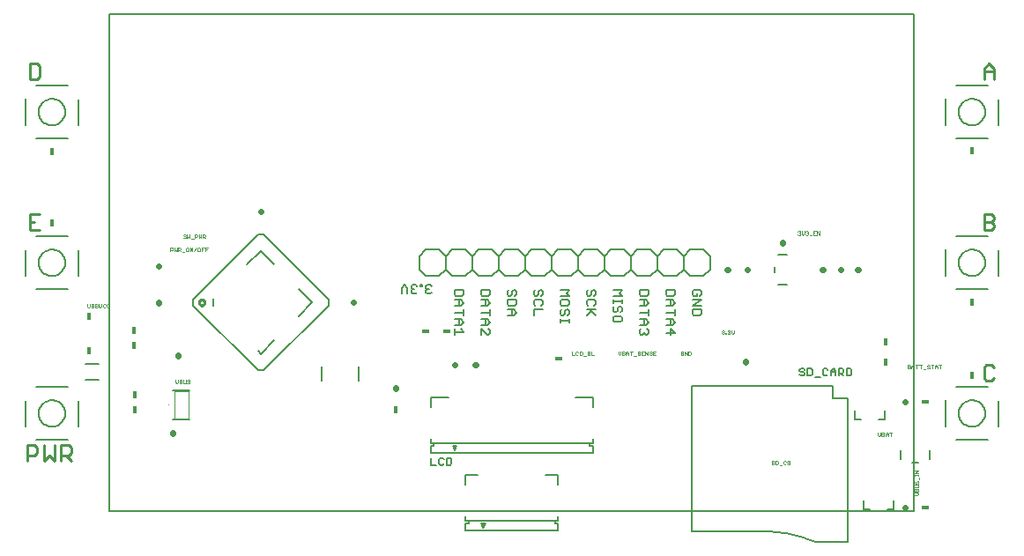
<source format=gto>
G75*
%MOIN*%
%OFA0B0*%
%FSLAX24Y24*%
%IPPOS*%
%LPD*%
%AMOC8*
5,1,8,0,0,1.08239X$1,22.5*
%
%ADD10C,0.0110*%
%ADD11C,0.0050*%
%ADD12C,0.0020*%
%ADD13C,0.0060*%
%ADD14C,0.0080*%
%ADD15C,0.0220*%
%ADD16R,0.0180X0.0300*%
%ADD17R,0.0300X0.0180*%
%ADD18C,0.0004*%
%ADD19C,0.0030*%
%ADD20C,0.0100*%
D10*
X016915Y018898D02*
X016915Y019489D01*
X017210Y019489D01*
X017308Y019390D01*
X017308Y019194D01*
X017210Y019095D01*
X016915Y019095D01*
X017559Y018898D02*
X017559Y019489D01*
X017953Y019489D02*
X017953Y018898D01*
X017756Y019095D01*
X017559Y018898D01*
X018204Y018898D02*
X018204Y019489D01*
X018499Y019489D01*
X018597Y019390D01*
X018597Y019194D01*
X018499Y019095D01*
X018204Y019095D01*
X018400Y019095D02*
X018597Y018898D01*
X017408Y027648D02*
X017015Y027648D01*
X017015Y028239D01*
X017408Y028239D01*
X017211Y027944D02*
X017015Y027944D01*
X017015Y033348D02*
X017310Y033348D01*
X017408Y033447D01*
X017408Y033840D01*
X017310Y033939D01*
X017015Y033939D01*
X017015Y033348D01*
X053115Y033348D02*
X053115Y033742D01*
X053311Y033939D01*
X053508Y033742D01*
X053508Y033348D01*
X053508Y033644D02*
X053115Y033644D01*
X053115Y028239D02*
X053410Y028239D01*
X053508Y028140D01*
X053508Y028042D01*
X053410Y027944D01*
X053115Y027944D01*
X053410Y027944D02*
X053508Y027845D01*
X053508Y027747D01*
X053410Y027648D01*
X053115Y027648D01*
X053115Y028239D01*
X053213Y022539D02*
X053115Y022440D01*
X053115Y022047D01*
X053213Y021948D01*
X053410Y021948D01*
X053508Y022047D01*
X053508Y022440D02*
X053410Y022539D01*
X053213Y022539D01*
D11*
X020043Y016984D02*
X020043Y035803D01*
X050476Y035803D01*
X050476Y016984D01*
X020043Y016984D01*
X022445Y020459D02*
X023074Y020459D01*
X023074Y021577D02*
X022445Y021577D01*
X032210Y019014D02*
X032210Y018743D01*
X032390Y018743D01*
X032504Y018788D02*
X032549Y018743D01*
X032639Y018743D01*
X032684Y018788D01*
X032799Y018743D02*
X032799Y019014D01*
X032934Y019014D01*
X032979Y018968D01*
X032979Y018788D01*
X032934Y018743D01*
X032799Y018743D01*
X032684Y018968D02*
X032639Y019014D01*
X032549Y019014D01*
X032504Y018968D01*
X032504Y018788D01*
X042060Y016226D02*
X042060Y021726D01*
X047410Y021726D01*
X047410Y021276D01*
X047960Y021276D01*
X047960Y015826D01*
X046963Y015826D01*
X046906Y015827D01*
X046848Y015832D01*
X046791Y015839D01*
X046735Y015850D01*
X046679Y015863D01*
X046624Y015879D01*
X046569Y015898D01*
X044789Y016226D02*
X042060Y016226D01*
X044789Y016226D02*
X044929Y016224D01*
X045069Y016218D01*
X045208Y016208D01*
X045348Y016195D01*
X045487Y016177D01*
X045625Y016156D01*
X045763Y016130D01*
X045900Y016101D01*
X046036Y016068D01*
X046171Y016031D01*
X046305Y015991D01*
X046437Y015946D01*
X046569Y015898D01*
X046736Y022073D02*
X046916Y022073D01*
X047031Y022163D02*
X047076Y022118D01*
X047166Y022118D01*
X047211Y022163D01*
X047326Y022118D02*
X047326Y022298D01*
X047416Y022389D01*
X047506Y022298D01*
X047506Y022118D01*
X047620Y022118D02*
X047620Y022389D01*
X047755Y022389D01*
X047800Y022343D01*
X047800Y022253D01*
X047755Y022208D01*
X047620Y022208D01*
X047710Y022208D02*
X047800Y022118D01*
X047915Y022118D02*
X048050Y022118D01*
X048095Y022163D01*
X048095Y022343D01*
X048050Y022389D01*
X047915Y022389D01*
X047915Y022118D01*
X047506Y022253D02*
X047326Y022253D01*
X047211Y022343D02*
X047166Y022389D01*
X047076Y022389D01*
X047031Y022343D01*
X047031Y022163D01*
X046622Y022163D02*
X046622Y022343D01*
X046577Y022389D01*
X046442Y022389D01*
X046442Y022118D01*
X046577Y022118D01*
X046622Y022163D01*
X046327Y022163D02*
X046282Y022118D01*
X046192Y022118D01*
X046147Y022163D01*
X046192Y022253D02*
X046282Y022253D01*
X046327Y022208D01*
X046327Y022163D01*
X046192Y022253D02*
X046147Y022298D01*
X046147Y022343D01*
X046192Y022389D01*
X046282Y022389D01*
X046327Y022343D01*
D12*
X043661Y023745D02*
X043661Y023838D01*
X043661Y023745D02*
X043614Y023698D01*
X043568Y023745D01*
X043568Y023838D01*
X043514Y023815D02*
X043514Y023792D01*
X043490Y023768D01*
X043514Y023745D01*
X043514Y023722D01*
X043490Y023698D01*
X043444Y023698D01*
X043420Y023722D01*
X043370Y023722D02*
X043370Y023698D01*
X043347Y023698D01*
X043347Y023722D01*
X043370Y023722D01*
X043293Y023722D02*
X043269Y023698D01*
X043223Y023698D01*
X043199Y023722D01*
X043246Y023768D02*
X043269Y023768D01*
X043293Y023745D01*
X043293Y023722D01*
X043269Y023768D02*
X043293Y023792D01*
X043293Y023815D01*
X043269Y023838D01*
X043223Y023838D01*
X043199Y023815D01*
X043420Y023815D02*
X043444Y023838D01*
X043490Y023838D01*
X043514Y023815D01*
X043490Y023768D02*
X043467Y023768D01*
X042037Y023015D02*
X042013Y023038D01*
X041943Y023038D01*
X041943Y022898D01*
X042013Y022898D01*
X042037Y022922D01*
X042037Y023015D01*
X041889Y023038D02*
X041889Y022898D01*
X041796Y023038D01*
X041796Y022898D01*
X041742Y022922D02*
X041742Y022968D01*
X041695Y022968D01*
X041649Y022922D02*
X041672Y022898D01*
X041719Y022898D01*
X041742Y022922D01*
X041742Y023015D02*
X041719Y023038D01*
X041672Y023038D01*
X041649Y023015D01*
X041649Y022922D01*
X040702Y022898D02*
X040609Y022898D01*
X040609Y023038D01*
X040702Y023038D01*
X040656Y022968D02*
X040609Y022968D01*
X040555Y022945D02*
X040555Y022922D01*
X040532Y022898D01*
X040485Y022898D01*
X040461Y022922D01*
X040485Y022968D02*
X040532Y022968D01*
X040555Y022945D01*
X040555Y023015D02*
X040532Y023038D01*
X040485Y023038D01*
X040461Y023015D01*
X040461Y022992D01*
X040485Y022968D01*
X040408Y022898D02*
X040408Y023038D01*
X040314Y023038D02*
X040408Y022898D01*
X040314Y022898D02*
X040314Y023038D01*
X040260Y023038D02*
X040167Y023038D01*
X040167Y022898D01*
X040260Y022898D01*
X040214Y022968D02*
X040167Y022968D01*
X040113Y022945D02*
X040113Y022922D01*
X040090Y022898D01*
X040043Y022898D01*
X040020Y022922D01*
X040043Y022968D02*
X040090Y022968D01*
X040113Y022945D01*
X040113Y023015D02*
X040090Y023038D01*
X040043Y023038D01*
X040020Y023015D01*
X040020Y022992D01*
X040043Y022968D01*
X039966Y022875D02*
X039872Y022875D01*
X039772Y022898D02*
X039772Y023038D01*
X039818Y023038D02*
X039725Y023038D01*
X039671Y022992D02*
X039671Y022898D01*
X039671Y022968D02*
X039578Y022968D01*
X039578Y022992D02*
X039624Y023038D01*
X039671Y022992D01*
X039578Y022992D02*
X039578Y022898D01*
X039524Y022922D02*
X039500Y022898D01*
X039430Y022898D01*
X039430Y023038D01*
X039500Y023038D01*
X039524Y023015D01*
X039524Y022992D01*
X039500Y022968D01*
X039430Y022968D01*
X039376Y022945D02*
X039376Y023038D01*
X039376Y022945D02*
X039330Y022898D01*
X039283Y022945D01*
X039283Y023038D01*
X039500Y022968D02*
X039524Y022945D01*
X039524Y022922D01*
X038358Y022898D02*
X038264Y022898D01*
X038264Y023038D01*
X038210Y023015D02*
X038210Y022992D01*
X038187Y022968D01*
X038117Y022968D01*
X038117Y022898D02*
X038187Y022898D01*
X038210Y022922D01*
X038210Y022945D01*
X038187Y022968D01*
X038210Y023015D02*
X038187Y023038D01*
X038117Y023038D01*
X038117Y022898D01*
X038063Y022875D02*
X037970Y022875D01*
X037916Y022922D02*
X037916Y023015D01*
X037892Y023038D01*
X037822Y023038D01*
X037822Y022898D01*
X037892Y022898D01*
X037916Y022922D01*
X037768Y022922D02*
X037745Y022898D01*
X037698Y022898D01*
X037675Y022922D01*
X037675Y023015D01*
X037698Y023038D01*
X037745Y023038D01*
X037768Y023015D01*
X037621Y022898D02*
X037528Y022898D01*
X037528Y023038D01*
X045089Y018878D02*
X045089Y018854D01*
X045112Y018831D01*
X045159Y018831D01*
X045182Y018808D01*
X045182Y018784D01*
X045159Y018761D01*
X045112Y018761D01*
X045089Y018784D01*
X045089Y018878D02*
X045112Y018901D01*
X045159Y018901D01*
X045182Y018878D01*
X045236Y018901D02*
X045306Y018901D01*
X045329Y018878D01*
X045329Y018784D01*
X045306Y018761D01*
X045236Y018761D01*
X045236Y018901D01*
X045383Y018737D02*
X045477Y018737D01*
X045531Y018784D02*
X045554Y018761D01*
X045601Y018761D01*
X045624Y018784D01*
X045678Y018784D02*
X045701Y018761D01*
X045748Y018761D01*
X045771Y018784D01*
X045771Y018808D01*
X045748Y018831D01*
X045701Y018831D01*
X045678Y018854D01*
X045678Y018878D01*
X045701Y018901D01*
X045748Y018901D01*
X045771Y018878D01*
X045624Y018878D02*
X045601Y018901D01*
X045554Y018901D01*
X045531Y018878D01*
X045531Y018784D01*
X049100Y019870D02*
X049147Y019823D01*
X049193Y019870D01*
X049193Y019963D01*
X049247Y019963D02*
X049317Y019963D01*
X049341Y019940D01*
X049341Y019917D01*
X049317Y019893D01*
X049247Y019893D01*
X049247Y019823D02*
X049317Y019823D01*
X049341Y019847D01*
X049341Y019870D01*
X049317Y019893D01*
X049395Y019893D02*
X049488Y019893D01*
X049488Y019917D02*
X049488Y019823D01*
X049395Y019823D02*
X049395Y019917D01*
X049441Y019963D01*
X049488Y019917D01*
X049542Y019963D02*
X049635Y019963D01*
X049589Y019963D02*
X049589Y019823D01*
X049247Y019823D02*
X049247Y019963D01*
X049100Y019963D02*
X049100Y019870D01*
X050502Y018528D02*
X050642Y018528D01*
X050502Y018435D01*
X050642Y018435D01*
X050642Y018383D02*
X050642Y018336D01*
X050642Y018360D02*
X050502Y018360D01*
X050502Y018383D02*
X050502Y018336D01*
X050665Y018282D02*
X050665Y018189D01*
X050619Y018135D02*
X050642Y018112D01*
X050642Y018065D01*
X050619Y018042D01*
X050572Y018065D02*
X050572Y018112D01*
X050595Y018135D01*
X050619Y018135D01*
X050572Y018065D02*
X050549Y018042D01*
X050525Y018042D01*
X050502Y018065D01*
X050502Y018112D01*
X050525Y018135D01*
X050502Y017988D02*
X050619Y017988D01*
X050642Y017964D01*
X050642Y017918D01*
X050619Y017894D01*
X050502Y017894D01*
X050525Y017840D02*
X050549Y017840D01*
X050572Y017817D01*
X050572Y017747D01*
X050595Y017693D02*
X050502Y017693D01*
X050502Y017747D02*
X050502Y017817D01*
X050525Y017840D01*
X050572Y017817D02*
X050595Y017840D01*
X050619Y017840D01*
X050642Y017817D01*
X050642Y017747D01*
X050502Y017747D01*
X050595Y017693D02*
X050642Y017646D01*
X050595Y017600D01*
X050502Y017600D01*
X050821Y022362D02*
X050914Y022362D01*
X050968Y022409D02*
X050992Y022386D01*
X051038Y022386D01*
X051062Y022409D01*
X051062Y022433D01*
X051038Y022456D01*
X050992Y022456D01*
X050968Y022479D01*
X050968Y022503D01*
X050992Y022526D01*
X051038Y022526D01*
X051062Y022503D01*
X051115Y022526D02*
X051209Y022526D01*
X051162Y022526D02*
X051162Y022386D01*
X051263Y022386D02*
X051263Y022479D01*
X051310Y022526D01*
X051356Y022479D01*
X051356Y022386D01*
X051356Y022456D02*
X051263Y022456D01*
X051410Y022526D02*
X051504Y022526D01*
X051457Y022526D02*
X051457Y022386D01*
X050767Y022526D02*
X050674Y022526D01*
X050720Y022526D02*
X050720Y022386D01*
X050573Y022386D02*
X050573Y022526D01*
X050526Y022526D02*
X050620Y022526D01*
X050472Y022479D02*
X050472Y022386D01*
X050472Y022456D02*
X050379Y022456D01*
X050379Y022479D02*
X050426Y022526D01*
X050472Y022479D01*
X050379Y022479D02*
X050379Y022386D01*
X050325Y022409D02*
X050302Y022386D01*
X050232Y022386D01*
X050232Y022526D01*
X050302Y022526D01*
X050325Y022503D01*
X050325Y022479D01*
X050302Y022456D01*
X050232Y022456D01*
X050302Y022456D02*
X050325Y022433D01*
X050325Y022409D01*
X046908Y027448D02*
X046908Y027588D01*
X046814Y027588D02*
X046814Y027448D01*
X046760Y027448D02*
X046667Y027448D01*
X046667Y027588D01*
X046760Y027588D01*
X046814Y027588D02*
X046908Y027448D01*
X046714Y027518D02*
X046667Y027518D01*
X046613Y027425D02*
X046520Y027425D01*
X046466Y027472D02*
X046442Y027448D01*
X046396Y027448D01*
X046372Y027472D01*
X046318Y027495D02*
X046318Y027588D01*
X046372Y027565D02*
X046396Y027588D01*
X046442Y027588D01*
X046466Y027565D01*
X046466Y027542D01*
X046442Y027518D01*
X046466Y027495D01*
X046466Y027472D01*
X046442Y027518D02*
X046419Y027518D01*
X046318Y027495D02*
X046272Y027448D01*
X046225Y027495D01*
X046225Y027588D01*
X046171Y027565D02*
X046171Y027542D01*
X046148Y027518D01*
X046171Y027495D01*
X046171Y027472D01*
X046148Y027448D01*
X046101Y027448D01*
X046078Y027472D01*
X046124Y027518D02*
X046148Y027518D01*
X046171Y027565D02*
X046148Y027588D01*
X046101Y027588D01*
X046078Y027565D01*
X023765Y026963D02*
X023671Y026963D01*
X023671Y026823D01*
X023671Y026893D02*
X023718Y026893D01*
X023617Y026963D02*
X023524Y026963D01*
X023524Y026823D01*
X023470Y026847D02*
X023470Y026940D01*
X023447Y026963D01*
X023400Y026963D01*
X023377Y026940D01*
X023377Y026847D01*
X023400Y026823D01*
X023447Y026823D01*
X023470Y026847D01*
X023524Y026893D02*
X023571Y026893D01*
X023323Y026963D02*
X023229Y026823D01*
X023175Y026823D02*
X023175Y026963D01*
X023082Y026963D02*
X023175Y026823D01*
X023082Y026823D02*
X023082Y026963D01*
X023028Y026940D02*
X023005Y026963D01*
X022958Y026963D01*
X022935Y026940D01*
X022935Y026847D01*
X022958Y026823D01*
X023005Y026823D01*
X023028Y026847D01*
X023028Y026940D01*
X022881Y026800D02*
X022787Y026800D01*
X022733Y026823D02*
X022687Y026870D01*
X022710Y026870D02*
X022640Y026870D01*
X022640Y026823D02*
X022640Y026963D01*
X022710Y026963D01*
X022733Y026940D01*
X022733Y026893D01*
X022710Y026870D01*
X022586Y026823D02*
X022586Y026963D01*
X022493Y026963D02*
X022493Y026823D01*
X022539Y026870D01*
X022586Y026823D01*
X022439Y026893D02*
X022415Y026870D01*
X022345Y026870D01*
X022345Y026823D02*
X022345Y026963D01*
X022415Y026963D01*
X022439Y026940D01*
X022439Y026893D01*
X022851Y027323D02*
X022828Y027347D01*
X022851Y027323D02*
X022898Y027323D01*
X022921Y027347D01*
X022921Y027370D01*
X022898Y027393D01*
X022851Y027393D01*
X022828Y027417D01*
X022828Y027440D01*
X022851Y027463D01*
X022898Y027463D01*
X022921Y027440D01*
X022975Y027463D02*
X022975Y027323D01*
X023022Y027370D01*
X023068Y027323D01*
X023068Y027463D01*
X023122Y027300D02*
X023216Y027300D01*
X023270Y027323D02*
X023270Y027463D01*
X023340Y027463D01*
X023363Y027440D01*
X023363Y027393D01*
X023340Y027370D01*
X023270Y027370D01*
X023417Y027323D02*
X023464Y027370D01*
X023510Y027323D01*
X023510Y027463D01*
X023564Y027463D02*
X023634Y027463D01*
X023658Y027440D01*
X023658Y027393D01*
X023634Y027370D01*
X023564Y027370D01*
X023564Y027323D02*
X023564Y027463D01*
X023611Y027370D02*
X023658Y027323D01*
X023417Y027323D02*
X023417Y027463D01*
X020033Y024815D02*
X020009Y024838D01*
X019963Y024838D01*
X019939Y024815D01*
X019939Y024722D01*
X019963Y024698D01*
X020009Y024698D01*
X020033Y024722D01*
X019885Y024722D02*
X019862Y024698D01*
X019815Y024698D01*
X019792Y024722D01*
X019792Y024815D01*
X019815Y024838D01*
X019862Y024838D01*
X019885Y024815D01*
X019738Y024838D02*
X019738Y024745D01*
X019691Y024698D01*
X019645Y024745D01*
X019645Y024838D01*
X019591Y024815D02*
X019591Y024792D01*
X019567Y024768D01*
X019497Y024768D01*
X019443Y024745D02*
X019443Y024722D01*
X019420Y024698D01*
X019373Y024698D01*
X019350Y024722D01*
X019373Y024768D02*
X019420Y024768D01*
X019443Y024745D01*
X019443Y024815D02*
X019420Y024838D01*
X019373Y024838D01*
X019350Y024815D01*
X019350Y024792D01*
X019373Y024768D01*
X019296Y024722D02*
X019296Y024838D01*
X019203Y024838D02*
X019203Y024722D01*
X019226Y024698D01*
X019273Y024698D01*
X019296Y024722D01*
X019497Y024698D02*
X019567Y024698D01*
X019591Y024722D01*
X019591Y024745D01*
X019567Y024768D01*
X019591Y024815D02*
X019567Y024838D01*
X019497Y024838D01*
X019497Y024698D01*
X022537Y021963D02*
X022537Y021870D01*
X022584Y021823D01*
X022631Y021870D01*
X022631Y021963D01*
X022685Y021963D02*
X022755Y021963D01*
X022778Y021940D01*
X022778Y021917D01*
X022755Y021893D01*
X022685Y021893D01*
X022685Y021823D02*
X022685Y021963D01*
X022755Y021893D02*
X022778Y021870D01*
X022778Y021847D01*
X022755Y021823D01*
X022685Y021823D01*
X022832Y021847D02*
X022855Y021823D01*
X022902Y021823D01*
X022925Y021847D01*
X022925Y021963D01*
X022979Y021940D02*
X022979Y021917D01*
X023003Y021893D01*
X023049Y021893D01*
X023073Y021870D01*
X023073Y021847D01*
X023049Y021823D01*
X023003Y021823D01*
X022979Y021847D01*
X022979Y021940D02*
X023003Y021963D01*
X023049Y021963D01*
X023073Y021940D01*
X022832Y021963D02*
X022832Y021847D01*
D13*
X031082Y025223D02*
X031082Y025450D01*
X031195Y025563D01*
X031309Y025450D01*
X031309Y025223D01*
X031450Y025280D02*
X031450Y025336D01*
X031507Y025393D01*
X031450Y025450D01*
X031450Y025507D01*
X031507Y025563D01*
X031620Y025563D01*
X031677Y025507D01*
X031804Y025507D02*
X031804Y025563D01*
X031861Y025563D01*
X031861Y025507D01*
X031804Y025507D01*
X032003Y025507D02*
X032059Y025563D01*
X032173Y025563D01*
X032230Y025507D01*
X032116Y025393D02*
X032059Y025393D01*
X032003Y025450D01*
X032003Y025507D01*
X032059Y025393D02*
X032003Y025336D01*
X032003Y025280D01*
X032059Y025223D01*
X032173Y025223D01*
X032230Y025280D01*
X031677Y025280D02*
X031620Y025223D01*
X031507Y025223D01*
X031450Y025280D01*
X031507Y025393D02*
X031564Y025393D01*
X033090Y025363D02*
X033090Y025193D01*
X033146Y025136D01*
X033373Y025136D01*
X033430Y025193D01*
X033430Y025363D01*
X033090Y025363D01*
X033090Y024995D02*
X033316Y024995D01*
X033430Y024882D01*
X033316Y024768D01*
X033090Y024768D01*
X033260Y024768D02*
X033260Y024995D01*
X033430Y024627D02*
X033430Y024400D01*
X033430Y024513D02*
X033090Y024513D01*
X033090Y024258D02*
X033316Y024258D01*
X033430Y024145D01*
X033316Y024032D01*
X033090Y024032D01*
X033090Y023890D02*
X033090Y023663D01*
X033090Y023777D02*
X033430Y023777D01*
X033316Y023890D01*
X033260Y024032D02*
X033260Y024258D01*
X034090Y024258D02*
X034316Y024258D01*
X034430Y024145D01*
X034316Y024032D01*
X034090Y024032D01*
X034090Y023890D02*
X034316Y023663D01*
X034373Y023663D01*
X034430Y023720D01*
X034430Y023833D01*
X034373Y023890D01*
X034260Y024032D02*
X034260Y024258D01*
X034430Y024400D02*
X034430Y024627D01*
X034430Y024513D02*
X034090Y024513D01*
X034090Y024768D02*
X034316Y024768D01*
X034430Y024882D01*
X034316Y024995D01*
X034090Y024995D01*
X034146Y025136D02*
X034373Y025136D01*
X034430Y025193D01*
X034430Y025363D01*
X034090Y025363D01*
X034090Y025193D01*
X034146Y025136D01*
X034260Y024995D02*
X034260Y024768D01*
X035090Y024825D02*
X035090Y024995D01*
X035430Y024995D01*
X035430Y024825D01*
X035373Y024768D01*
X035146Y024768D01*
X035090Y024825D01*
X035090Y024627D02*
X035316Y024627D01*
X035430Y024513D01*
X035316Y024400D01*
X035090Y024400D01*
X035260Y024400D02*
X035260Y024627D01*
X035203Y025136D02*
X035146Y025136D01*
X035090Y025193D01*
X035090Y025307D01*
X035146Y025363D01*
X035260Y025307D02*
X035316Y025363D01*
X035373Y025363D01*
X035430Y025307D01*
X035430Y025193D01*
X035373Y025136D01*
X035260Y025193D02*
X035203Y025136D01*
X035260Y025193D02*
X035260Y025307D01*
X036090Y025307D02*
X036146Y025363D01*
X036090Y025307D02*
X036090Y025193D01*
X036146Y025136D01*
X036203Y025136D01*
X036260Y025193D01*
X036260Y025307D01*
X036316Y025363D01*
X036373Y025363D01*
X036430Y025307D01*
X036430Y025193D01*
X036373Y025136D01*
X036373Y024995D02*
X036146Y024995D01*
X036090Y024938D01*
X036090Y024825D01*
X036146Y024768D01*
X036090Y024627D02*
X036090Y024400D01*
X036090Y024627D02*
X036430Y024627D01*
X036373Y024768D02*
X036430Y024825D01*
X036430Y024938D01*
X036373Y024995D01*
X037090Y024938D02*
X037090Y024825D01*
X037146Y024768D01*
X037373Y024768D01*
X037430Y024825D01*
X037430Y024938D01*
X037373Y024995D01*
X037146Y024995D01*
X037090Y024938D01*
X037090Y025136D02*
X037430Y025136D01*
X037316Y025250D01*
X037430Y025363D01*
X037090Y025363D01*
X038090Y025307D02*
X038146Y025363D01*
X038090Y025307D02*
X038090Y025193D01*
X038146Y025136D01*
X038203Y025136D01*
X038260Y025193D01*
X038260Y025307D01*
X038316Y025363D01*
X038373Y025363D01*
X038430Y025307D01*
X038430Y025193D01*
X038373Y025136D01*
X038373Y024995D02*
X038146Y024995D01*
X038090Y024938D01*
X038090Y024825D01*
X038146Y024768D01*
X038090Y024627D02*
X038430Y024627D01*
X038373Y024768D02*
X038430Y024825D01*
X038430Y024938D01*
X038373Y024995D01*
X038203Y024627D02*
X038430Y024400D01*
X038260Y024570D02*
X038090Y024400D01*
X037430Y024457D02*
X037430Y024570D01*
X037373Y024627D01*
X037316Y024627D01*
X037260Y024570D01*
X037260Y024457D01*
X037203Y024400D01*
X037146Y024400D01*
X037090Y024457D01*
X037090Y024570D01*
X037146Y024627D01*
X037373Y024400D02*
X037430Y024457D01*
X037430Y024258D02*
X037430Y024145D01*
X037430Y024202D02*
X037090Y024202D01*
X037090Y024258D02*
X037090Y024145D01*
X039090Y024211D02*
X039146Y024154D01*
X039373Y024154D01*
X039430Y024211D01*
X039430Y024324D01*
X039373Y024381D01*
X039146Y024381D01*
X039090Y024324D01*
X039090Y024211D01*
X039146Y024523D02*
X039090Y024579D01*
X039090Y024693D01*
X039146Y024749D01*
X039260Y024693D02*
X039260Y024579D01*
X039203Y024523D01*
X039146Y024523D01*
X039260Y024693D02*
X039316Y024749D01*
X039373Y024749D01*
X039430Y024693D01*
X039430Y024579D01*
X039373Y024523D01*
X039430Y024882D02*
X039430Y024995D01*
X039430Y024938D02*
X039090Y024938D01*
X039090Y024882D02*
X039090Y024995D01*
X039090Y025136D02*
X039430Y025136D01*
X039316Y025250D01*
X039430Y025363D01*
X039090Y025363D01*
X040090Y025363D02*
X040090Y025193D01*
X040146Y025136D01*
X040373Y025136D01*
X040430Y025193D01*
X040430Y025363D01*
X040090Y025363D01*
X040090Y024995D02*
X040316Y024995D01*
X040430Y024882D01*
X040316Y024768D01*
X040090Y024768D01*
X040260Y024768D02*
X040260Y024995D01*
X040430Y024627D02*
X040430Y024400D01*
X040430Y024513D02*
X040090Y024513D01*
X040090Y024258D02*
X040316Y024258D01*
X040430Y024145D01*
X040316Y024032D01*
X040090Y024032D01*
X040146Y023890D02*
X040090Y023833D01*
X040090Y023720D01*
X040146Y023663D01*
X040203Y023663D01*
X040260Y023720D01*
X040260Y023777D01*
X040260Y023720D02*
X040316Y023663D01*
X040373Y023663D01*
X040430Y023720D01*
X040430Y023833D01*
X040373Y023890D01*
X040260Y024032D02*
X040260Y024258D01*
X041090Y024258D02*
X041316Y024258D01*
X041430Y024145D01*
X041316Y024032D01*
X041090Y024032D01*
X041260Y024032D02*
X041260Y024258D01*
X041430Y024400D02*
X041430Y024627D01*
X041430Y024513D02*
X041090Y024513D01*
X041090Y024768D02*
X041316Y024768D01*
X041430Y024882D01*
X041316Y024995D01*
X041090Y024995D01*
X041146Y025136D02*
X041373Y025136D01*
X041430Y025193D01*
X041430Y025363D01*
X041090Y025363D01*
X041090Y025193D01*
X041146Y025136D01*
X041260Y024995D02*
X041260Y024768D01*
X042090Y024768D02*
X042430Y024768D01*
X042430Y024627D02*
X042430Y024457D01*
X042373Y024400D01*
X042146Y024400D01*
X042090Y024457D01*
X042090Y024627D01*
X042430Y024627D01*
X042430Y024995D02*
X042090Y024768D01*
X042090Y024995D02*
X042430Y024995D01*
X042373Y025136D02*
X042430Y025193D01*
X042430Y025307D01*
X042373Y025363D01*
X042146Y025363D01*
X042090Y025307D01*
X042090Y025193D01*
X042146Y025136D01*
X042260Y025136D01*
X042260Y025250D01*
X041260Y023890D02*
X041260Y023663D01*
X041430Y023720D02*
X041260Y023890D01*
X041090Y023720D02*
X041430Y023720D01*
X048230Y020802D02*
X048230Y020482D01*
X048450Y020482D01*
X049130Y020482D02*
X049350Y020482D01*
X049350Y020802D01*
X049695Y017386D02*
X049695Y017066D01*
X049475Y017066D01*
X048795Y017066D02*
X048575Y017066D01*
X048575Y017386D01*
X034090Y023663D02*
X034090Y023890D01*
D14*
X034010Y025893D02*
X033760Y026143D01*
X033760Y026643D01*
X033510Y026893D01*
X033010Y026893D01*
X032760Y026643D01*
X032760Y026143D01*
X032510Y025893D01*
X032010Y025893D01*
X031760Y026143D01*
X031760Y026643D01*
X032010Y026893D01*
X032510Y026893D01*
X032760Y026643D01*
X032760Y026143D01*
X033010Y025893D01*
X033510Y025893D01*
X033760Y026143D01*
X033760Y026643D01*
X034010Y026893D01*
X034510Y026893D01*
X034760Y026643D01*
X034760Y026143D01*
X035010Y025893D01*
X035510Y025893D01*
X035760Y026143D01*
X036010Y025893D01*
X036510Y025893D01*
X036760Y026143D01*
X037010Y025893D01*
X037510Y025893D01*
X037760Y026143D01*
X037760Y026643D01*
X037510Y026893D01*
X037010Y026893D01*
X036760Y026643D01*
X036760Y026143D01*
X036760Y026643D01*
X036510Y026893D01*
X036010Y026893D01*
X035760Y026643D01*
X035760Y026143D01*
X035760Y026643D01*
X035510Y026893D01*
X035010Y026893D01*
X034760Y026643D01*
X034760Y026143D01*
X034510Y025893D01*
X034010Y025893D01*
X037760Y026143D02*
X038010Y025893D01*
X038510Y025893D01*
X038760Y026143D01*
X039010Y025893D01*
X039510Y025893D01*
X039760Y026143D01*
X039760Y026643D01*
X039510Y026893D01*
X039010Y026893D01*
X038760Y026643D01*
X038760Y026143D01*
X038760Y026643D01*
X038510Y026893D01*
X038010Y026893D01*
X037760Y026643D01*
X037760Y026143D01*
X039760Y026143D02*
X040010Y025893D01*
X040510Y025893D01*
X040760Y026143D01*
X041010Y025893D01*
X041510Y025893D01*
X041760Y026143D01*
X042010Y025893D01*
X042510Y025893D01*
X042760Y026143D01*
X042760Y026643D01*
X042510Y026893D01*
X042010Y026893D01*
X041760Y026643D01*
X041760Y026143D01*
X041760Y026643D01*
X041510Y026893D01*
X041010Y026893D01*
X040760Y026643D01*
X040760Y026143D01*
X040760Y026643D01*
X040510Y026893D01*
X040010Y026893D01*
X039760Y026643D01*
X039760Y026143D01*
X045190Y026038D02*
X045190Y026249D01*
X045340Y026703D02*
X045679Y026703D01*
X045679Y025583D02*
X045340Y025583D01*
X051660Y025905D02*
X051660Y026893D01*
X052053Y027393D02*
X053266Y027393D01*
X053660Y026881D02*
X053660Y025905D01*
X053266Y025393D02*
X052053Y025393D01*
X052160Y026393D02*
X052162Y026437D01*
X052168Y026481D01*
X052178Y026524D01*
X052191Y026566D01*
X052208Y026607D01*
X052229Y026646D01*
X052253Y026683D01*
X052280Y026718D01*
X052310Y026750D01*
X052343Y026780D01*
X052379Y026806D01*
X052416Y026830D01*
X052456Y026849D01*
X052497Y026866D01*
X052540Y026878D01*
X052583Y026887D01*
X052627Y026892D01*
X052671Y026893D01*
X052715Y026890D01*
X052759Y026883D01*
X052802Y026872D01*
X052844Y026858D01*
X052884Y026840D01*
X052923Y026818D01*
X052959Y026794D01*
X052993Y026766D01*
X053025Y026735D01*
X053054Y026701D01*
X053080Y026665D01*
X053102Y026627D01*
X053121Y026587D01*
X053136Y026545D01*
X053148Y026503D01*
X053156Y026459D01*
X053160Y026415D01*
X053160Y026371D01*
X053156Y026327D01*
X053148Y026283D01*
X053136Y026241D01*
X053121Y026199D01*
X053102Y026159D01*
X053080Y026121D01*
X053054Y026085D01*
X053025Y026051D01*
X052993Y026020D01*
X052959Y025992D01*
X052923Y025968D01*
X052884Y025946D01*
X052844Y025928D01*
X052802Y025914D01*
X052759Y025903D01*
X052715Y025896D01*
X052671Y025893D01*
X052627Y025894D01*
X052583Y025899D01*
X052540Y025908D01*
X052497Y025920D01*
X052456Y025937D01*
X052416Y025956D01*
X052379Y025980D01*
X052343Y026006D01*
X052310Y026036D01*
X052280Y026068D01*
X052253Y026103D01*
X052229Y026140D01*
X052208Y026179D01*
X052191Y026220D01*
X052178Y026262D01*
X052168Y026305D01*
X052162Y026349D01*
X052160Y026393D01*
X052053Y021693D02*
X053266Y021693D01*
X053660Y021181D02*
X053660Y020205D01*
X053266Y019693D02*
X052053Y019693D01*
X051660Y020205D02*
X051660Y021193D01*
X052160Y020693D02*
X052162Y020737D01*
X052168Y020781D01*
X052178Y020824D01*
X052191Y020866D01*
X052208Y020907D01*
X052229Y020946D01*
X052253Y020983D01*
X052280Y021018D01*
X052310Y021050D01*
X052343Y021080D01*
X052379Y021106D01*
X052416Y021130D01*
X052456Y021149D01*
X052497Y021166D01*
X052540Y021178D01*
X052583Y021187D01*
X052627Y021192D01*
X052671Y021193D01*
X052715Y021190D01*
X052759Y021183D01*
X052802Y021172D01*
X052844Y021158D01*
X052884Y021140D01*
X052923Y021118D01*
X052959Y021094D01*
X052993Y021066D01*
X053025Y021035D01*
X053054Y021001D01*
X053080Y020965D01*
X053102Y020927D01*
X053121Y020887D01*
X053136Y020845D01*
X053148Y020803D01*
X053156Y020759D01*
X053160Y020715D01*
X053160Y020671D01*
X053156Y020627D01*
X053148Y020583D01*
X053136Y020541D01*
X053121Y020499D01*
X053102Y020459D01*
X053080Y020421D01*
X053054Y020385D01*
X053025Y020351D01*
X052993Y020320D01*
X052959Y020292D01*
X052923Y020268D01*
X052884Y020246D01*
X052844Y020228D01*
X052802Y020214D01*
X052759Y020203D01*
X052715Y020196D01*
X052671Y020193D01*
X052627Y020194D01*
X052583Y020199D01*
X052540Y020208D01*
X052497Y020220D01*
X052456Y020237D01*
X052416Y020256D01*
X052379Y020280D01*
X052343Y020306D01*
X052310Y020336D01*
X052280Y020368D01*
X052253Y020403D01*
X052229Y020440D01*
X052208Y020479D01*
X052191Y020520D01*
X052178Y020562D01*
X052168Y020605D01*
X052162Y020649D01*
X052160Y020693D01*
X051070Y019312D02*
X051070Y018974D01*
X050615Y018824D02*
X050404Y018824D01*
X049950Y018974D02*
X049950Y019312D01*
X038330Y019189D02*
X032189Y019189D01*
X032189Y019464D01*
X032307Y019464D01*
X032307Y019582D01*
X038212Y019582D01*
X038330Y019582D01*
X038330Y019740D01*
X038212Y019582D02*
X038212Y019464D01*
X038330Y019464D01*
X038330Y019189D01*
X037011Y018378D02*
X037011Y017984D01*
X037011Y018378D02*
X036539Y018378D01*
X037011Y016803D02*
X037011Y016645D01*
X036893Y016645D01*
X033626Y016645D01*
X033626Y016527D01*
X033508Y016527D01*
X033508Y016252D01*
X037011Y016252D01*
X037011Y016527D01*
X036893Y016527D01*
X036893Y016645D01*
X034256Y016527D02*
X034098Y016527D01*
X034177Y016370D01*
X034256Y016527D01*
X034228Y016472D02*
X034126Y016472D01*
X034165Y016393D02*
X034189Y016393D01*
X033626Y016645D02*
X033508Y016645D01*
X033508Y016803D01*
X033508Y017984D02*
X033508Y018378D01*
X033980Y018378D01*
X033094Y019307D02*
X033173Y019464D01*
X033015Y019464D01*
X033094Y019307D01*
X033059Y019376D02*
X033129Y019376D01*
X033168Y019455D02*
X033020Y019455D01*
X032307Y019582D02*
X032189Y019582D01*
X032189Y019740D01*
X032189Y020921D02*
X032189Y021315D01*
X032858Y021315D01*
X029468Y021950D02*
X029468Y022462D01*
X028051Y022462D02*
X028051Y021950D01*
X026275Y023460D02*
X025760Y022945D01*
X025648Y023056D01*
X025648Y022332D02*
X023198Y024782D01*
X023198Y025005D01*
X025648Y027454D01*
X025871Y027454D01*
X028321Y025005D01*
X028321Y024782D01*
X025871Y022332D01*
X025648Y022332D01*
X027193Y024378D02*
X027708Y024893D01*
X027193Y025408D01*
X026275Y026327D02*
X025760Y026842D01*
X025244Y026327D01*
X023950Y025033D02*
X023950Y024754D01*
X019635Y022568D02*
X019135Y022568D01*
X019135Y021968D02*
X019635Y021968D01*
X018860Y021181D02*
X018860Y020193D01*
X018466Y019693D02*
X017253Y019693D01*
X016860Y020205D02*
X016860Y021181D01*
X017253Y021693D02*
X018466Y021693D01*
X017360Y020693D02*
X017362Y020737D01*
X017368Y020781D01*
X017378Y020824D01*
X017391Y020866D01*
X017408Y020907D01*
X017429Y020946D01*
X017453Y020983D01*
X017480Y021018D01*
X017510Y021050D01*
X017543Y021080D01*
X017579Y021106D01*
X017616Y021130D01*
X017656Y021149D01*
X017697Y021166D01*
X017740Y021178D01*
X017783Y021187D01*
X017827Y021192D01*
X017871Y021193D01*
X017915Y021190D01*
X017959Y021183D01*
X018002Y021172D01*
X018044Y021158D01*
X018084Y021140D01*
X018123Y021118D01*
X018159Y021094D01*
X018193Y021066D01*
X018225Y021035D01*
X018254Y021001D01*
X018280Y020965D01*
X018302Y020927D01*
X018321Y020887D01*
X018336Y020845D01*
X018348Y020803D01*
X018356Y020759D01*
X018360Y020715D01*
X018360Y020671D01*
X018356Y020627D01*
X018348Y020583D01*
X018336Y020541D01*
X018321Y020499D01*
X018302Y020459D01*
X018280Y020421D01*
X018254Y020385D01*
X018225Y020351D01*
X018193Y020320D01*
X018159Y020292D01*
X018123Y020268D01*
X018084Y020246D01*
X018044Y020228D01*
X018002Y020214D01*
X017959Y020203D01*
X017915Y020196D01*
X017871Y020193D01*
X017827Y020194D01*
X017783Y020199D01*
X017740Y020208D01*
X017697Y020220D01*
X017656Y020237D01*
X017616Y020256D01*
X017579Y020280D01*
X017543Y020306D01*
X017510Y020336D01*
X017480Y020368D01*
X017453Y020403D01*
X017429Y020440D01*
X017408Y020479D01*
X017391Y020520D01*
X017378Y020562D01*
X017368Y020605D01*
X017362Y020649D01*
X017360Y020693D01*
X017253Y025393D02*
X018466Y025393D01*
X018860Y025893D02*
X018860Y026881D01*
X018466Y027393D02*
X017253Y027393D01*
X016860Y026881D02*
X016860Y025905D01*
X017360Y026393D02*
X017362Y026437D01*
X017368Y026481D01*
X017378Y026524D01*
X017391Y026566D01*
X017408Y026607D01*
X017429Y026646D01*
X017453Y026683D01*
X017480Y026718D01*
X017510Y026750D01*
X017543Y026780D01*
X017579Y026806D01*
X017616Y026830D01*
X017656Y026849D01*
X017697Y026866D01*
X017740Y026878D01*
X017783Y026887D01*
X017827Y026892D01*
X017871Y026893D01*
X017915Y026890D01*
X017959Y026883D01*
X018002Y026872D01*
X018044Y026858D01*
X018084Y026840D01*
X018123Y026818D01*
X018159Y026794D01*
X018193Y026766D01*
X018225Y026735D01*
X018254Y026701D01*
X018280Y026665D01*
X018302Y026627D01*
X018321Y026587D01*
X018336Y026545D01*
X018348Y026503D01*
X018356Y026459D01*
X018360Y026415D01*
X018360Y026371D01*
X018356Y026327D01*
X018348Y026283D01*
X018336Y026241D01*
X018321Y026199D01*
X018302Y026159D01*
X018280Y026121D01*
X018254Y026085D01*
X018225Y026051D01*
X018193Y026020D01*
X018159Y025992D01*
X018123Y025968D01*
X018084Y025946D01*
X018044Y025928D01*
X018002Y025914D01*
X017959Y025903D01*
X017915Y025896D01*
X017871Y025893D01*
X017827Y025894D01*
X017783Y025899D01*
X017740Y025908D01*
X017697Y025920D01*
X017656Y025937D01*
X017616Y025956D01*
X017579Y025980D01*
X017543Y026006D01*
X017510Y026036D01*
X017480Y026068D01*
X017453Y026103D01*
X017429Y026140D01*
X017408Y026179D01*
X017391Y026220D01*
X017378Y026262D01*
X017368Y026305D01*
X017362Y026349D01*
X017360Y026393D01*
X017253Y031093D02*
X018466Y031093D01*
X018860Y031605D02*
X018860Y032581D01*
X018466Y033093D02*
X017253Y033093D01*
X016860Y032593D02*
X016860Y031605D01*
X017360Y032093D02*
X017362Y032137D01*
X017368Y032181D01*
X017378Y032224D01*
X017391Y032266D01*
X017408Y032307D01*
X017429Y032346D01*
X017453Y032383D01*
X017480Y032418D01*
X017510Y032450D01*
X017543Y032480D01*
X017579Y032506D01*
X017616Y032530D01*
X017656Y032549D01*
X017697Y032566D01*
X017740Y032578D01*
X017783Y032587D01*
X017827Y032592D01*
X017871Y032593D01*
X017915Y032590D01*
X017959Y032583D01*
X018002Y032572D01*
X018044Y032558D01*
X018084Y032540D01*
X018123Y032518D01*
X018159Y032494D01*
X018193Y032466D01*
X018225Y032435D01*
X018254Y032401D01*
X018280Y032365D01*
X018302Y032327D01*
X018321Y032287D01*
X018336Y032245D01*
X018348Y032203D01*
X018356Y032159D01*
X018360Y032115D01*
X018360Y032071D01*
X018356Y032027D01*
X018348Y031983D01*
X018336Y031941D01*
X018321Y031899D01*
X018302Y031859D01*
X018280Y031821D01*
X018254Y031785D01*
X018225Y031751D01*
X018193Y031720D01*
X018159Y031692D01*
X018123Y031668D01*
X018084Y031646D01*
X018044Y031628D01*
X018002Y031614D01*
X017959Y031603D01*
X017915Y031596D01*
X017871Y031593D01*
X017827Y031594D01*
X017783Y031599D01*
X017740Y031608D01*
X017697Y031620D01*
X017656Y031637D01*
X017616Y031656D01*
X017579Y031680D01*
X017543Y031706D01*
X017510Y031736D01*
X017480Y031768D01*
X017453Y031803D01*
X017429Y031840D01*
X017408Y031879D01*
X017391Y031920D01*
X017378Y031962D01*
X017368Y032005D01*
X017362Y032049D01*
X017360Y032093D01*
X037661Y021315D02*
X038330Y021315D01*
X038330Y020921D01*
X052053Y031093D02*
X053266Y031093D01*
X053660Y031605D02*
X053660Y032581D01*
X053266Y033093D02*
X052053Y033093D01*
X051660Y032593D02*
X051660Y031605D01*
X052160Y032093D02*
X052162Y032137D01*
X052168Y032181D01*
X052178Y032224D01*
X052191Y032266D01*
X052208Y032307D01*
X052229Y032346D01*
X052253Y032383D01*
X052280Y032418D01*
X052310Y032450D01*
X052343Y032480D01*
X052379Y032506D01*
X052416Y032530D01*
X052456Y032549D01*
X052497Y032566D01*
X052540Y032578D01*
X052583Y032587D01*
X052627Y032592D01*
X052671Y032593D01*
X052715Y032590D01*
X052759Y032583D01*
X052802Y032572D01*
X052844Y032558D01*
X052884Y032540D01*
X052923Y032518D01*
X052959Y032494D01*
X052993Y032466D01*
X053025Y032435D01*
X053054Y032401D01*
X053080Y032365D01*
X053102Y032327D01*
X053121Y032287D01*
X053136Y032245D01*
X053148Y032203D01*
X053156Y032159D01*
X053160Y032115D01*
X053160Y032071D01*
X053156Y032027D01*
X053148Y031983D01*
X053136Y031941D01*
X053121Y031899D01*
X053102Y031859D01*
X053080Y031821D01*
X053054Y031785D01*
X053025Y031751D01*
X052993Y031720D01*
X052959Y031692D01*
X052923Y031668D01*
X052884Y031646D01*
X052844Y031628D01*
X052802Y031614D01*
X052759Y031603D01*
X052715Y031596D01*
X052671Y031593D01*
X052627Y031594D01*
X052583Y031599D01*
X052540Y031608D01*
X052497Y031620D01*
X052456Y031637D01*
X052416Y031656D01*
X052379Y031680D01*
X052343Y031706D01*
X052310Y031736D01*
X052280Y031768D01*
X052253Y031803D01*
X052229Y031840D01*
X052208Y031879D01*
X052191Y031920D01*
X052178Y031962D01*
X052168Y032005D01*
X052162Y032049D01*
X052160Y032093D01*
D15*
X045510Y027155D02*
X045510Y027131D01*
X044178Y026143D02*
X044154Y026143D01*
X043428Y026143D02*
X043404Y026143D01*
X046998Y026143D02*
X047022Y026143D01*
X047685Y026143D02*
X047709Y026143D01*
X048341Y026143D02*
X048365Y026143D01*
X044110Y022655D02*
X044110Y022631D01*
X050123Y021143D02*
X050147Y021143D01*
X050147Y017143D02*
X050123Y017143D01*
X033894Y022518D02*
X033870Y022518D01*
X033106Y022518D02*
X033082Y022518D01*
X030872Y021655D02*
X030872Y021631D01*
X029272Y024893D02*
X029248Y024893D01*
X025760Y028319D02*
X025760Y028343D01*
X021885Y026280D02*
X021885Y026256D01*
X021885Y024905D02*
X021885Y024881D01*
X022635Y022905D02*
X022635Y022881D01*
X022447Y019968D02*
X022447Y019944D01*
D16*
X021010Y020831D03*
X021010Y021393D03*
X019260Y023081D03*
X019260Y024361D03*
X020978Y023849D03*
X020978Y023275D03*
X017860Y027893D03*
X017860Y030593D03*
X030872Y020831D03*
X049385Y022643D03*
X049385Y023393D03*
X052660Y022143D03*
X052660Y024893D03*
X052660Y030643D03*
D17*
X050884Y021143D03*
X050885Y017143D03*
X037031Y022768D03*
X032785Y023793D03*
X032010Y023793D03*
D18*
X022252Y021018D02*
X022248Y021018D01*
D19*
X022500Y021518D02*
X023015Y021518D01*
X023015Y020514D01*
X022500Y020514D01*
X022500Y021518D01*
D20*
X023421Y024893D02*
X023423Y024913D01*
X023428Y024933D01*
X023438Y024951D01*
X023450Y024968D01*
X023465Y024982D01*
X023483Y024992D01*
X023502Y025000D01*
X023522Y025004D01*
X023542Y025004D01*
X023562Y025000D01*
X023581Y024992D01*
X023599Y024982D01*
X023614Y024968D01*
X023626Y024951D01*
X023636Y024933D01*
X023641Y024913D01*
X023643Y024893D01*
X023641Y024873D01*
X023636Y024853D01*
X023626Y024835D01*
X023614Y024818D01*
X023599Y024804D01*
X023581Y024794D01*
X023562Y024786D01*
X023542Y024782D01*
X023522Y024782D01*
X023502Y024786D01*
X023483Y024794D01*
X023465Y024804D01*
X023450Y024818D01*
X023438Y024835D01*
X023428Y024853D01*
X023423Y024873D01*
X023421Y024893D01*
M02*

</source>
